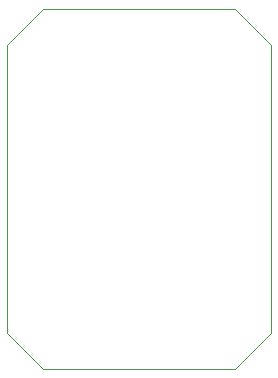
<source format=gm1>
G04 #@! TF.GenerationSoftware,KiCad,Pcbnew,8.0.3*
G04 #@! TF.CreationDate,2024-06-18T15:01:00-07:00*
G04 #@! TF.ProjectId,lora2040,6c6f7261-3230-4343-902e-6b696361645f,rev?*
G04 #@! TF.SameCoordinates,Original*
G04 #@! TF.FileFunction,Profile,NP*
%FSLAX46Y46*%
G04 Gerber Fmt 4.6, Leading zero omitted, Abs format (unit mm)*
G04 Created by KiCad (PCBNEW 8.0.3) date 2024-06-18 15:01:00*
%MOMM*%
%LPD*%
G01*
G04 APERTURE LIST*
G04 #@! TA.AperFunction,Profile*
%ADD10C,0.050000*%
G04 #@! TD*
G04 APERTURE END LIST*
D10*
X155067000Y-84455000D02*
X152019000Y-81407000D01*
X155067000Y-84455000D02*
X155067000Y-108839000D01*
X135763000Y-81407000D02*
X152019000Y-81407000D01*
X152019000Y-111887000D02*
X155067000Y-108839000D01*
X135763000Y-81407000D02*
X132715000Y-84455000D01*
X132715000Y-108839000D02*
X135763000Y-111887000D01*
X152019000Y-111887000D02*
X135763000Y-111887000D01*
X132715000Y-108839000D02*
X132715000Y-84455000D01*
M02*

</source>
